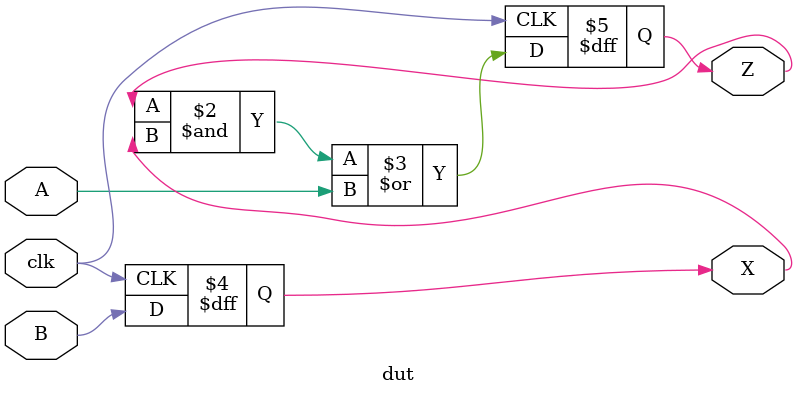
<source format=v>
module dut (
  input A, B, clk,
  output reg X, Z
);
  always @(posedge clk) begin
    X <= B;
    Z <= (Z & X) | A;
  end
endmodule
</source>
